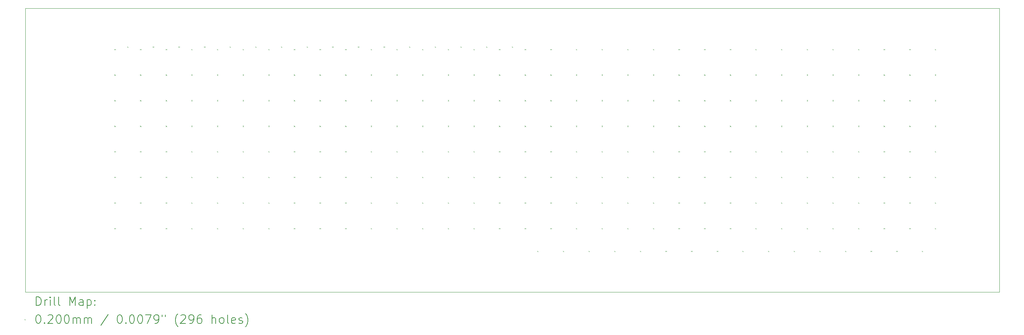
<source format=gbr>
%TF.GenerationSoftware,KiCad,Pcbnew,6.0.8+dfsg-1~bpo11+1*%
%TF.CreationDate,2023-03-24T18:54:53-04:00*%
%TF.ProjectId,captouch_sensor_interleaved_tight,63617074-6f75-4636-985f-73656e736f72,rev?*%
%TF.SameCoordinates,Original*%
%TF.FileFunction,Drillmap*%
%TF.FilePolarity,Positive*%
%FSLAX45Y45*%
G04 Gerber Fmt 4.5, Leading zero omitted, Abs format (unit mm)*
G04 Created by KiCad (PCBNEW 6.0.8+dfsg-1~bpo11+1) date 2023-03-24 18:54:53*
%MOMM*%
%LPD*%
G01*
G04 APERTURE LIST*
%ADD10C,0.100000*%
%ADD11C,0.200000*%
%ADD12C,0.020000*%
G04 APERTURE END LIST*
D10*
X4217500Y-4700000D02*
X27005000Y-4700000D01*
X27005000Y-4700000D02*
X27005000Y-11355000D01*
X27005000Y-11355000D02*
X4217500Y-11355000D01*
X4217500Y-11355000D02*
X4217500Y-4700000D01*
D11*
D12*
X6300000Y-5655000D02*
X6320000Y-5675000D01*
X6320000Y-5655000D02*
X6300000Y-5675000D01*
X6300000Y-6255000D02*
X6320000Y-6275000D01*
X6320000Y-6255000D02*
X6300000Y-6275000D01*
X6300000Y-6855000D02*
X6320000Y-6875000D01*
X6320000Y-6855000D02*
X6300000Y-6875000D01*
X6300000Y-7455000D02*
X6320000Y-7475000D01*
X6320000Y-7455000D02*
X6300000Y-7475000D01*
X6300000Y-8055000D02*
X6320000Y-8075000D01*
X6320000Y-8055000D02*
X6300000Y-8075000D01*
X6300000Y-8655000D02*
X6320000Y-8675000D01*
X6320000Y-8655000D02*
X6300000Y-8675000D01*
X6300000Y-9255000D02*
X6320000Y-9275000D01*
X6320000Y-9255000D02*
X6300000Y-9275000D01*
X6300000Y-9855000D02*
X6320000Y-9875000D01*
X6320000Y-9855000D02*
X6300000Y-9875000D01*
X6597500Y-5595000D02*
X6617500Y-5615000D01*
X6617500Y-5595000D02*
X6597500Y-5615000D01*
X6900000Y-5655000D02*
X6920000Y-5675000D01*
X6920000Y-5655000D02*
X6900000Y-5675000D01*
X6900000Y-6255000D02*
X6920000Y-6275000D01*
X6920000Y-6255000D02*
X6900000Y-6275000D01*
X6900000Y-6855000D02*
X6920000Y-6875000D01*
X6920000Y-6855000D02*
X6900000Y-6875000D01*
X6900000Y-7455000D02*
X6920000Y-7475000D01*
X6920000Y-7455000D02*
X6900000Y-7475000D01*
X6900000Y-8055000D02*
X6920000Y-8075000D01*
X6920000Y-8055000D02*
X6900000Y-8075000D01*
X6900000Y-8655000D02*
X6920000Y-8675000D01*
X6920000Y-8655000D02*
X6900000Y-8675000D01*
X6900000Y-9255000D02*
X6920000Y-9275000D01*
X6920000Y-9255000D02*
X6900000Y-9275000D01*
X6900000Y-9855000D02*
X6920000Y-9875000D01*
X6920000Y-9855000D02*
X6900000Y-9875000D01*
X7197500Y-5595000D02*
X7217500Y-5615000D01*
X7217500Y-5595000D02*
X7197500Y-5615000D01*
X7500000Y-5655000D02*
X7520000Y-5675000D01*
X7520000Y-5655000D02*
X7500000Y-5675000D01*
X7500000Y-6255000D02*
X7520000Y-6275000D01*
X7520000Y-6255000D02*
X7500000Y-6275000D01*
X7500000Y-6855000D02*
X7520000Y-6875000D01*
X7520000Y-6855000D02*
X7500000Y-6875000D01*
X7500000Y-7455000D02*
X7520000Y-7475000D01*
X7520000Y-7455000D02*
X7500000Y-7475000D01*
X7500000Y-8055000D02*
X7520000Y-8075000D01*
X7520000Y-8055000D02*
X7500000Y-8075000D01*
X7500000Y-8655000D02*
X7520000Y-8675000D01*
X7520000Y-8655000D02*
X7500000Y-8675000D01*
X7500000Y-9255000D02*
X7520000Y-9275000D01*
X7520000Y-9255000D02*
X7500000Y-9275000D01*
X7500000Y-9855000D02*
X7520000Y-9875000D01*
X7520000Y-9855000D02*
X7500000Y-9875000D01*
X7797500Y-5595000D02*
X7817500Y-5615000D01*
X7817500Y-5595000D02*
X7797500Y-5615000D01*
X8100000Y-5655000D02*
X8120000Y-5675000D01*
X8120000Y-5655000D02*
X8100000Y-5675000D01*
X8100000Y-6255000D02*
X8120000Y-6275000D01*
X8120000Y-6255000D02*
X8100000Y-6275000D01*
X8100000Y-6855000D02*
X8120000Y-6875000D01*
X8120000Y-6855000D02*
X8100000Y-6875000D01*
X8100000Y-7455000D02*
X8120000Y-7475000D01*
X8120000Y-7455000D02*
X8100000Y-7475000D01*
X8100000Y-8055000D02*
X8120000Y-8075000D01*
X8120000Y-8055000D02*
X8100000Y-8075000D01*
X8100000Y-8655000D02*
X8120000Y-8675000D01*
X8120000Y-8655000D02*
X8100000Y-8675000D01*
X8100000Y-9255000D02*
X8120000Y-9275000D01*
X8120000Y-9255000D02*
X8100000Y-9275000D01*
X8100000Y-9855000D02*
X8120000Y-9875000D01*
X8120000Y-9855000D02*
X8100000Y-9875000D01*
X8397500Y-5595000D02*
X8417500Y-5615000D01*
X8417500Y-5595000D02*
X8397500Y-5615000D01*
X8700000Y-5655000D02*
X8720000Y-5675000D01*
X8720000Y-5655000D02*
X8700000Y-5675000D01*
X8700000Y-6255000D02*
X8720000Y-6275000D01*
X8720000Y-6255000D02*
X8700000Y-6275000D01*
X8700000Y-6855000D02*
X8720000Y-6875000D01*
X8720000Y-6855000D02*
X8700000Y-6875000D01*
X8700000Y-7455000D02*
X8720000Y-7475000D01*
X8720000Y-7455000D02*
X8700000Y-7475000D01*
X8700000Y-8055000D02*
X8720000Y-8075000D01*
X8720000Y-8055000D02*
X8700000Y-8075000D01*
X8700000Y-8655000D02*
X8720000Y-8675000D01*
X8720000Y-8655000D02*
X8700000Y-8675000D01*
X8700000Y-9255000D02*
X8720000Y-9275000D01*
X8720000Y-9255000D02*
X8700000Y-9275000D01*
X8700000Y-9855000D02*
X8720000Y-9875000D01*
X8720000Y-9855000D02*
X8700000Y-9875000D01*
X8997500Y-5595000D02*
X9017500Y-5615000D01*
X9017500Y-5595000D02*
X8997500Y-5615000D01*
X9300000Y-5655000D02*
X9320000Y-5675000D01*
X9320000Y-5655000D02*
X9300000Y-5675000D01*
X9300000Y-6255000D02*
X9320000Y-6275000D01*
X9320000Y-6255000D02*
X9300000Y-6275000D01*
X9300000Y-6855000D02*
X9320000Y-6875000D01*
X9320000Y-6855000D02*
X9300000Y-6875000D01*
X9300000Y-7455000D02*
X9320000Y-7475000D01*
X9320000Y-7455000D02*
X9300000Y-7475000D01*
X9300000Y-8055000D02*
X9320000Y-8075000D01*
X9320000Y-8055000D02*
X9300000Y-8075000D01*
X9300000Y-8655000D02*
X9320000Y-8675000D01*
X9320000Y-8655000D02*
X9300000Y-8675000D01*
X9300000Y-9255000D02*
X9320000Y-9275000D01*
X9320000Y-9255000D02*
X9300000Y-9275000D01*
X9300000Y-9855000D02*
X9320000Y-9875000D01*
X9320000Y-9855000D02*
X9300000Y-9875000D01*
X9597500Y-5595000D02*
X9617500Y-5615000D01*
X9617500Y-5595000D02*
X9597500Y-5615000D01*
X9900000Y-5655000D02*
X9920000Y-5675000D01*
X9920000Y-5655000D02*
X9900000Y-5675000D01*
X9900000Y-6255000D02*
X9920000Y-6275000D01*
X9920000Y-6255000D02*
X9900000Y-6275000D01*
X9900000Y-6855000D02*
X9920000Y-6875000D01*
X9920000Y-6855000D02*
X9900000Y-6875000D01*
X9900000Y-7455000D02*
X9920000Y-7475000D01*
X9920000Y-7455000D02*
X9900000Y-7475000D01*
X9900000Y-8055000D02*
X9920000Y-8075000D01*
X9920000Y-8055000D02*
X9900000Y-8075000D01*
X9900000Y-8655000D02*
X9920000Y-8675000D01*
X9920000Y-8655000D02*
X9900000Y-8675000D01*
X9900000Y-9255000D02*
X9920000Y-9275000D01*
X9920000Y-9255000D02*
X9900000Y-9275000D01*
X9900000Y-9855000D02*
X9920000Y-9875000D01*
X9920000Y-9855000D02*
X9900000Y-9875000D01*
X10197500Y-5595000D02*
X10217500Y-5615000D01*
X10217500Y-5595000D02*
X10197500Y-5615000D01*
X10500000Y-5655000D02*
X10520000Y-5675000D01*
X10520000Y-5655000D02*
X10500000Y-5675000D01*
X10500000Y-6255000D02*
X10520000Y-6275000D01*
X10520000Y-6255000D02*
X10500000Y-6275000D01*
X10500000Y-6855000D02*
X10520000Y-6875000D01*
X10520000Y-6855000D02*
X10500000Y-6875000D01*
X10500000Y-7455000D02*
X10520000Y-7475000D01*
X10520000Y-7455000D02*
X10500000Y-7475000D01*
X10500000Y-8055000D02*
X10520000Y-8075000D01*
X10520000Y-8055000D02*
X10500000Y-8075000D01*
X10500000Y-8655000D02*
X10520000Y-8675000D01*
X10520000Y-8655000D02*
X10500000Y-8675000D01*
X10500000Y-9255000D02*
X10520000Y-9275000D01*
X10520000Y-9255000D02*
X10500000Y-9275000D01*
X10500000Y-9855000D02*
X10520000Y-9875000D01*
X10520000Y-9855000D02*
X10500000Y-9875000D01*
X10797500Y-5595000D02*
X10817500Y-5615000D01*
X10817500Y-5595000D02*
X10797500Y-5615000D01*
X11100000Y-5655000D02*
X11120000Y-5675000D01*
X11120000Y-5655000D02*
X11100000Y-5675000D01*
X11100000Y-6255000D02*
X11120000Y-6275000D01*
X11120000Y-6255000D02*
X11100000Y-6275000D01*
X11100000Y-6855000D02*
X11120000Y-6875000D01*
X11120000Y-6855000D02*
X11100000Y-6875000D01*
X11100000Y-7455000D02*
X11120000Y-7475000D01*
X11120000Y-7455000D02*
X11100000Y-7475000D01*
X11100000Y-8055000D02*
X11120000Y-8075000D01*
X11120000Y-8055000D02*
X11100000Y-8075000D01*
X11100000Y-8655000D02*
X11120000Y-8675000D01*
X11120000Y-8655000D02*
X11100000Y-8675000D01*
X11100000Y-9255000D02*
X11120000Y-9275000D01*
X11120000Y-9255000D02*
X11100000Y-9275000D01*
X11100000Y-9855000D02*
X11120000Y-9875000D01*
X11120000Y-9855000D02*
X11100000Y-9875000D01*
X11397500Y-5595000D02*
X11417500Y-5615000D01*
X11417500Y-5595000D02*
X11397500Y-5615000D01*
X11700000Y-5655000D02*
X11720000Y-5675000D01*
X11720000Y-5655000D02*
X11700000Y-5675000D01*
X11700000Y-6255000D02*
X11720000Y-6275000D01*
X11720000Y-6255000D02*
X11700000Y-6275000D01*
X11700000Y-6855000D02*
X11720000Y-6875000D01*
X11720000Y-6855000D02*
X11700000Y-6875000D01*
X11700000Y-7455000D02*
X11720000Y-7475000D01*
X11720000Y-7455000D02*
X11700000Y-7475000D01*
X11700000Y-8055000D02*
X11720000Y-8075000D01*
X11720000Y-8055000D02*
X11700000Y-8075000D01*
X11700000Y-8655000D02*
X11720000Y-8675000D01*
X11720000Y-8655000D02*
X11700000Y-8675000D01*
X11700000Y-9255000D02*
X11720000Y-9275000D01*
X11720000Y-9255000D02*
X11700000Y-9275000D01*
X11700000Y-9855000D02*
X11720000Y-9875000D01*
X11720000Y-9855000D02*
X11700000Y-9875000D01*
X11997500Y-5595000D02*
X12017500Y-5615000D01*
X12017500Y-5595000D02*
X11997500Y-5615000D01*
X12300000Y-5655000D02*
X12320000Y-5675000D01*
X12320000Y-5655000D02*
X12300000Y-5675000D01*
X12300000Y-6255000D02*
X12320000Y-6275000D01*
X12320000Y-6255000D02*
X12300000Y-6275000D01*
X12300000Y-6855000D02*
X12320000Y-6875000D01*
X12320000Y-6855000D02*
X12300000Y-6875000D01*
X12300000Y-7455000D02*
X12320000Y-7475000D01*
X12320000Y-7455000D02*
X12300000Y-7475000D01*
X12300000Y-8055000D02*
X12320000Y-8075000D01*
X12320000Y-8055000D02*
X12300000Y-8075000D01*
X12300000Y-8655000D02*
X12320000Y-8675000D01*
X12320000Y-8655000D02*
X12300000Y-8675000D01*
X12300000Y-9255000D02*
X12320000Y-9275000D01*
X12320000Y-9255000D02*
X12300000Y-9275000D01*
X12300000Y-9855000D02*
X12320000Y-9875000D01*
X12320000Y-9855000D02*
X12300000Y-9875000D01*
X12597500Y-5595000D02*
X12617500Y-5615000D01*
X12617500Y-5595000D02*
X12597500Y-5615000D01*
X12900000Y-5655000D02*
X12920000Y-5675000D01*
X12920000Y-5655000D02*
X12900000Y-5675000D01*
X12900000Y-6255000D02*
X12920000Y-6275000D01*
X12920000Y-6255000D02*
X12900000Y-6275000D01*
X12900000Y-6855000D02*
X12920000Y-6875000D01*
X12920000Y-6855000D02*
X12900000Y-6875000D01*
X12900000Y-7455000D02*
X12920000Y-7475000D01*
X12920000Y-7455000D02*
X12900000Y-7475000D01*
X12900000Y-8055000D02*
X12920000Y-8075000D01*
X12920000Y-8055000D02*
X12900000Y-8075000D01*
X12900000Y-8655000D02*
X12920000Y-8675000D01*
X12920000Y-8655000D02*
X12900000Y-8675000D01*
X12900000Y-9255000D02*
X12920000Y-9275000D01*
X12920000Y-9255000D02*
X12900000Y-9275000D01*
X12900000Y-9855000D02*
X12920000Y-9875000D01*
X12920000Y-9855000D02*
X12900000Y-9875000D01*
X13197500Y-5595000D02*
X13217500Y-5615000D01*
X13217500Y-5595000D02*
X13197500Y-5615000D01*
X13500000Y-5655000D02*
X13520000Y-5675000D01*
X13520000Y-5655000D02*
X13500000Y-5675000D01*
X13500000Y-6255000D02*
X13520000Y-6275000D01*
X13520000Y-6255000D02*
X13500000Y-6275000D01*
X13500000Y-6855000D02*
X13520000Y-6875000D01*
X13520000Y-6855000D02*
X13500000Y-6875000D01*
X13500000Y-7455000D02*
X13520000Y-7475000D01*
X13520000Y-7455000D02*
X13500000Y-7475000D01*
X13500000Y-8055000D02*
X13520000Y-8075000D01*
X13520000Y-8055000D02*
X13500000Y-8075000D01*
X13500000Y-8655000D02*
X13520000Y-8675000D01*
X13520000Y-8655000D02*
X13500000Y-8675000D01*
X13500000Y-9255000D02*
X13520000Y-9275000D01*
X13520000Y-9255000D02*
X13500000Y-9275000D01*
X13500000Y-9855000D02*
X13520000Y-9875000D01*
X13520000Y-9855000D02*
X13500000Y-9875000D01*
X13797500Y-5595000D02*
X13817500Y-5615000D01*
X13817500Y-5595000D02*
X13797500Y-5615000D01*
X14100000Y-5655000D02*
X14120000Y-5675000D01*
X14120000Y-5655000D02*
X14100000Y-5675000D01*
X14100000Y-6255000D02*
X14120000Y-6275000D01*
X14120000Y-6255000D02*
X14100000Y-6275000D01*
X14100000Y-6855000D02*
X14120000Y-6875000D01*
X14120000Y-6855000D02*
X14100000Y-6875000D01*
X14100000Y-7455000D02*
X14120000Y-7475000D01*
X14120000Y-7455000D02*
X14100000Y-7475000D01*
X14100000Y-8055000D02*
X14120000Y-8075000D01*
X14120000Y-8055000D02*
X14100000Y-8075000D01*
X14100000Y-8655000D02*
X14120000Y-8675000D01*
X14120000Y-8655000D02*
X14100000Y-8675000D01*
X14100000Y-9255000D02*
X14120000Y-9275000D01*
X14120000Y-9255000D02*
X14100000Y-9275000D01*
X14100000Y-9855000D02*
X14120000Y-9875000D01*
X14120000Y-9855000D02*
X14100000Y-9875000D01*
X14397500Y-5595000D02*
X14417500Y-5615000D01*
X14417500Y-5595000D02*
X14397500Y-5615000D01*
X14700000Y-5655000D02*
X14720000Y-5675000D01*
X14720000Y-5655000D02*
X14700000Y-5675000D01*
X14700000Y-6255000D02*
X14720000Y-6275000D01*
X14720000Y-6255000D02*
X14700000Y-6275000D01*
X14700000Y-6855000D02*
X14720000Y-6875000D01*
X14720000Y-6855000D02*
X14700000Y-6875000D01*
X14700000Y-7455000D02*
X14720000Y-7475000D01*
X14720000Y-7455000D02*
X14700000Y-7475000D01*
X14700000Y-8055000D02*
X14720000Y-8075000D01*
X14720000Y-8055000D02*
X14700000Y-8075000D01*
X14700000Y-8655000D02*
X14720000Y-8675000D01*
X14720000Y-8655000D02*
X14700000Y-8675000D01*
X14700000Y-9255000D02*
X14720000Y-9275000D01*
X14720000Y-9255000D02*
X14700000Y-9275000D01*
X14700000Y-9855000D02*
X14720000Y-9875000D01*
X14720000Y-9855000D02*
X14700000Y-9875000D01*
X14997500Y-5595000D02*
X15017500Y-5615000D01*
X15017500Y-5595000D02*
X14997500Y-5615000D01*
X15300000Y-5655000D02*
X15320000Y-5675000D01*
X15320000Y-5655000D02*
X15300000Y-5675000D01*
X15300000Y-6255000D02*
X15320000Y-6275000D01*
X15320000Y-6255000D02*
X15300000Y-6275000D01*
X15300000Y-6855000D02*
X15320000Y-6875000D01*
X15320000Y-6855000D02*
X15300000Y-6875000D01*
X15300000Y-7455000D02*
X15320000Y-7475000D01*
X15320000Y-7455000D02*
X15300000Y-7475000D01*
X15300000Y-8055000D02*
X15320000Y-8075000D01*
X15320000Y-8055000D02*
X15300000Y-8075000D01*
X15300000Y-8655000D02*
X15320000Y-8675000D01*
X15320000Y-8655000D02*
X15300000Y-8675000D01*
X15300000Y-9255000D02*
X15320000Y-9275000D01*
X15320000Y-9255000D02*
X15300000Y-9275000D01*
X15300000Y-9855000D02*
X15320000Y-9875000D01*
X15320000Y-9855000D02*
X15300000Y-9875000D01*
X15597500Y-5595000D02*
X15617500Y-5615000D01*
X15617500Y-5595000D02*
X15597500Y-5615000D01*
X15900000Y-5655000D02*
X15920000Y-5675000D01*
X15920000Y-5655000D02*
X15900000Y-5675000D01*
X15900000Y-6255000D02*
X15920000Y-6275000D01*
X15920000Y-6255000D02*
X15900000Y-6275000D01*
X15900000Y-6855000D02*
X15920000Y-6875000D01*
X15920000Y-6855000D02*
X15900000Y-6875000D01*
X15900000Y-7455000D02*
X15920000Y-7475000D01*
X15920000Y-7455000D02*
X15900000Y-7475000D01*
X15900000Y-8055000D02*
X15920000Y-8075000D01*
X15920000Y-8055000D02*
X15900000Y-8075000D01*
X15900000Y-8655000D02*
X15920000Y-8675000D01*
X15920000Y-8655000D02*
X15900000Y-8675000D01*
X15900000Y-9255000D02*
X15920000Y-9275000D01*
X15920000Y-9255000D02*
X15900000Y-9275000D01*
X15900000Y-9855000D02*
X15920000Y-9875000D01*
X15920000Y-9855000D02*
X15900000Y-9875000D01*
X16195000Y-10390000D02*
X16215000Y-10410000D01*
X16215000Y-10390000D02*
X16195000Y-10410000D01*
X16500000Y-5655000D02*
X16520000Y-5675000D01*
X16520000Y-5655000D02*
X16500000Y-5675000D01*
X16500000Y-6255000D02*
X16520000Y-6275000D01*
X16520000Y-6255000D02*
X16500000Y-6275000D01*
X16500000Y-6855000D02*
X16520000Y-6875000D01*
X16520000Y-6855000D02*
X16500000Y-6875000D01*
X16500000Y-7455000D02*
X16520000Y-7475000D01*
X16520000Y-7455000D02*
X16500000Y-7475000D01*
X16500000Y-8055000D02*
X16520000Y-8075000D01*
X16520000Y-8055000D02*
X16500000Y-8075000D01*
X16500000Y-8655000D02*
X16520000Y-8675000D01*
X16520000Y-8655000D02*
X16500000Y-8675000D01*
X16500000Y-9255000D02*
X16520000Y-9275000D01*
X16520000Y-9255000D02*
X16500000Y-9275000D01*
X16500000Y-9855000D02*
X16520000Y-9875000D01*
X16520000Y-9855000D02*
X16500000Y-9875000D01*
X16795000Y-10390000D02*
X16815000Y-10410000D01*
X16815000Y-10390000D02*
X16795000Y-10410000D01*
X17100000Y-5655000D02*
X17120000Y-5675000D01*
X17120000Y-5655000D02*
X17100000Y-5675000D01*
X17100000Y-6255000D02*
X17120000Y-6275000D01*
X17120000Y-6255000D02*
X17100000Y-6275000D01*
X17100000Y-6855000D02*
X17120000Y-6875000D01*
X17120000Y-6855000D02*
X17100000Y-6875000D01*
X17100000Y-7455000D02*
X17120000Y-7475000D01*
X17120000Y-7455000D02*
X17100000Y-7475000D01*
X17100000Y-8055000D02*
X17120000Y-8075000D01*
X17120000Y-8055000D02*
X17100000Y-8075000D01*
X17100000Y-8655000D02*
X17120000Y-8675000D01*
X17120000Y-8655000D02*
X17100000Y-8675000D01*
X17100000Y-9255000D02*
X17120000Y-9275000D01*
X17120000Y-9255000D02*
X17100000Y-9275000D01*
X17100000Y-9855000D02*
X17120000Y-9875000D01*
X17120000Y-9855000D02*
X17100000Y-9875000D01*
X17395000Y-10390000D02*
X17415000Y-10410000D01*
X17415000Y-10390000D02*
X17395000Y-10410000D01*
X17700000Y-5655000D02*
X17720000Y-5675000D01*
X17720000Y-5655000D02*
X17700000Y-5675000D01*
X17700000Y-6255000D02*
X17720000Y-6275000D01*
X17720000Y-6255000D02*
X17700000Y-6275000D01*
X17700000Y-6855000D02*
X17720000Y-6875000D01*
X17720000Y-6855000D02*
X17700000Y-6875000D01*
X17700000Y-7455000D02*
X17720000Y-7475000D01*
X17720000Y-7455000D02*
X17700000Y-7475000D01*
X17700000Y-8055000D02*
X17720000Y-8075000D01*
X17720000Y-8055000D02*
X17700000Y-8075000D01*
X17700000Y-8655000D02*
X17720000Y-8675000D01*
X17720000Y-8655000D02*
X17700000Y-8675000D01*
X17700000Y-9255000D02*
X17720000Y-9275000D01*
X17720000Y-9255000D02*
X17700000Y-9275000D01*
X17700000Y-9855000D02*
X17720000Y-9875000D01*
X17720000Y-9855000D02*
X17700000Y-9875000D01*
X17995000Y-10390000D02*
X18015000Y-10410000D01*
X18015000Y-10390000D02*
X17995000Y-10410000D01*
X18300000Y-5655000D02*
X18320000Y-5675000D01*
X18320000Y-5655000D02*
X18300000Y-5675000D01*
X18300000Y-6255000D02*
X18320000Y-6275000D01*
X18320000Y-6255000D02*
X18300000Y-6275000D01*
X18300000Y-6855000D02*
X18320000Y-6875000D01*
X18320000Y-6855000D02*
X18300000Y-6875000D01*
X18300000Y-7455000D02*
X18320000Y-7475000D01*
X18320000Y-7455000D02*
X18300000Y-7475000D01*
X18300000Y-8055000D02*
X18320000Y-8075000D01*
X18320000Y-8055000D02*
X18300000Y-8075000D01*
X18300000Y-8655000D02*
X18320000Y-8675000D01*
X18320000Y-8655000D02*
X18300000Y-8675000D01*
X18300000Y-9255000D02*
X18320000Y-9275000D01*
X18320000Y-9255000D02*
X18300000Y-9275000D01*
X18300000Y-9855000D02*
X18320000Y-9875000D01*
X18320000Y-9855000D02*
X18300000Y-9875000D01*
X18595000Y-10390000D02*
X18615000Y-10410000D01*
X18615000Y-10390000D02*
X18595000Y-10410000D01*
X18900000Y-5655000D02*
X18920000Y-5675000D01*
X18920000Y-5655000D02*
X18900000Y-5675000D01*
X18900000Y-6255000D02*
X18920000Y-6275000D01*
X18920000Y-6255000D02*
X18900000Y-6275000D01*
X18900000Y-6855000D02*
X18920000Y-6875000D01*
X18920000Y-6855000D02*
X18900000Y-6875000D01*
X18900000Y-7455000D02*
X18920000Y-7475000D01*
X18920000Y-7455000D02*
X18900000Y-7475000D01*
X18900000Y-8055000D02*
X18920000Y-8075000D01*
X18920000Y-8055000D02*
X18900000Y-8075000D01*
X18900000Y-8655000D02*
X18920000Y-8675000D01*
X18920000Y-8655000D02*
X18900000Y-8675000D01*
X18900000Y-9255000D02*
X18920000Y-9275000D01*
X18920000Y-9255000D02*
X18900000Y-9275000D01*
X18900000Y-9855000D02*
X18920000Y-9875000D01*
X18920000Y-9855000D02*
X18900000Y-9875000D01*
X19195000Y-10390000D02*
X19215000Y-10410000D01*
X19215000Y-10390000D02*
X19195000Y-10410000D01*
X19500000Y-5655000D02*
X19520000Y-5675000D01*
X19520000Y-5655000D02*
X19500000Y-5675000D01*
X19500000Y-6255000D02*
X19520000Y-6275000D01*
X19520000Y-6255000D02*
X19500000Y-6275000D01*
X19500000Y-6855000D02*
X19520000Y-6875000D01*
X19520000Y-6855000D02*
X19500000Y-6875000D01*
X19500000Y-7455000D02*
X19520000Y-7475000D01*
X19520000Y-7455000D02*
X19500000Y-7475000D01*
X19500000Y-8055000D02*
X19520000Y-8075000D01*
X19520000Y-8055000D02*
X19500000Y-8075000D01*
X19500000Y-8655000D02*
X19520000Y-8675000D01*
X19520000Y-8655000D02*
X19500000Y-8675000D01*
X19500000Y-9255000D02*
X19520000Y-9275000D01*
X19520000Y-9255000D02*
X19500000Y-9275000D01*
X19500000Y-9855000D02*
X19520000Y-9875000D01*
X19520000Y-9855000D02*
X19500000Y-9875000D01*
X19795000Y-10390000D02*
X19815000Y-10410000D01*
X19815000Y-10390000D02*
X19795000Y-10410000D01*
X20100000Y-5655000D02*
X20120000Y-5675000D01*
X20120000Y-5655000D02*
X20100000Y-5675000D01*
X20100000Y-6255000D02*
X20120000Y-6275000D01*
X20120000Y-6255000D02*
X20100000Y-6275000D01*
X20100000Y-6855000D02*
X20120000Y-6875000D01*
X20120000Y-6855000D02*
X20100000Y-6875000D01*
X20100000Y-7455000D02*
X20120000Y-7475000D01*
X20120000Y-7455000D02*
X20100000Y-7475000D01*
X20100000Y-8055000D02*
X20120000Y-8075000D01*
X20120000Y-8055000D02*
X20100000Y-8075000D01*
X20100000Y-8655000D02*
X20120000Y-8675000D01*
X20120000Y-8655000D02*
X20100000Y-8675000D01*
X20100000Y-9255000D02*
X20120000Y-9275000D01*
X20120000Y-9255000D02*
X20100000Y-9275000D01*
X20100000Y-9855000D02*
X20120000Y-9875000D01*
X20120000Y-9855000D02*
X20100000Y-9875000D01*
X20395000Y-10390000D02*
X20415000Y-10410000D01*
X20415000Y-10390000D02*
X20395000Y-10410000D01*
X20700000Y-5655000D02*
X20720000Y-5675000D01*
X20720000Y-5655000D02*
X20700000Y-5675000D01*
X20700000Y-6255000D02*
X20720000Y-6275000D01*
X20720000Y-6255000D02*
X20700000Y-6275000D01*
X20700000Y-6855000D02*
X20720000Y-6875000D01*
X20720000Y-6855000D02*
X20700000Y-6875000D01*
X20700000Y-7455000D02*
X20720000Y-7475000D01*
X20720000Y-7455000D02*
X20700000Y-7475000D01*
X20700000Y-8055000D02*
X20720000Y-8075000D01*
X20720000Y-8055000D02*
X20700000Y-8075000D01*
X20700000Y-8655000D02*
X20720000Y-8675000D01*
X20720000Y-8655000D02*
X20700000Y-8675000D01*
X20700000Y-9255000D02*
X20720000Y-9275000D01*
X20720000Y-9255000D02*
X20700000Y-9275000D01*
X20700000Y-9855000D02*
X20720000Y-9875000D01*
X20720000Y-9855000D02*
X20700000Y-9875000D01*
X20995000Y-10390000D02*
X21015000Y-10410000D01*
X21015000Y-10390000D02*
X20995000Y-10410000D01*
X21300000Y-5655000D02*
X21320000Y-5675000D01*
X21320000Y-5655000D02*
X21300000Y-5675000D01*
X21300000Y-6255000D02*
X21320000Y-6275000D01*
X21320000Y-6255000D02*
X21300000Y-6275000D01*
X21300000Y-6855000D02*
X21320000Y-6875000D01*
X21320000Y-6855000D02*
X21300000Y-6875000D01*
X21300000Y-7455000D02*
X21320000Y-7475000D01*
X21320000Y-7455000D02*
X21300000Y-7475000D01*
X21300000Y-8055000D02*
X21320000Y-8075000D01*
X21320000Y-8055000D02*
X21300000Y-8075000D01*
X21300000Y-8655000D02*
X21320000Y-8675000D01*
X21320000Y-8655000D02*
X21300000Y-8675000D01*
X21300000Y-9255000D02*
X21320000Y-9275000D01*
X21320000Y-9255000D02*
X21300000Y-9275000D01*
X21300000Y-9855000D02*
X21320000Y-9875000D01*
X21320000Y-9855000D02*
X21300000Y-9875000D01*
X21595000Y-10390000D02*
X21615000Y-10410000D01*
X21615000Y-10390000D02*
X21595000Y-10410000D01*
X21900000Y-5655000D02*
X21920000Y-5675000D01*
X21920000Y-5655000D02*
X21900000Y-5675000D01*
X21900000Y-6255000D02*
X21920000Y-6275000D01*
X21920000Y-6255000D02*
X21900000Y-6275000D01*
X21900000Y-6855000D02*
X21920000Y-6875000D01*
X21920000Y-6855000D02*
X21900000Y-6875000D01*
X21900000Y-7455000D02*
X21920000Y-7475000D01*
X21920000Y-7455000D02*
X21900000Y-7475000D01*
X21900000Y-8055000D02*
X21920000Y-8075000D01*
X21920000Y-8055000D02*
X21900000Y-8075000D01*
X21900000Y-8655000D02*
X21920000Y-8675000D01*
X21920000Y-8655000D02*
X21900000Y-8675000D01*
X21900000Y-9255000D02*
X21920000Y-9275000D01*
X21920000Y-9255000D02*
X21900000Y-9275000D01*
X21900000Y-9855000D02*
X21920000Y-9875000D01*
X21920000Y-9855000D02*
X21900000Y-9875000D01*
X22195000Y-10390000D02*
X22215000Y-10410000D01*
X22215000Y-10390000D02*
X22195000Y-10410000D01*
X22500000Y-5655000D02*
X22520000Y-5675000D01*
X22520000Y-5655000D02*
X22500000Y-5675000D01*
X22500000Y-6255000D02*
X22520000Y-6275000D01*
X22520000Y-6255000D02*
X22500000Y-6275000D01*
X22500000Y-6855000D02*
X22520000Y-6875000D01*
X22520000Y-6855000D02*
X22500000Y-6875000D01*
X22500000Y-7455000D02*
X22520000Y-7475000D01*
X22520000Y-7455000D02*
X22500000Y-7475000D01*
X22500000Y-8055000D02*
X22520000Y-8075000D01*
X22520000Y-8055000D02*
X22500000Y-8075000D01*
X22500000Y-8655000D02*
X22520000Y-8675000D01*
X22520000Y-8655000D02*
X22500000Y-8675000D01*
X22500000Y-9255000D02*
X22520000Y-9275000D01*
X22520000Y-9255000D02*
X22500000Y-9275000D01*
X22500000Y-9855000D02*
X22520000Y-9875000D01*
X22520000Y-9855000D02*
X22500000Y-9875000D01*
X22795000Y-10390000D02*
X22815000Y-10410000D01*
X22815000Y-10390000D02*
X22795000Y-10410000D01*
X23100000Y-5655000D02*
X23120000Y-5675000D01*
X23120000Y-5655000D02*
X23100000Y-5675000D01*
X23100000Y-6255000D02*
X23120000Y-6275000D01*
X23120000Y-6255000D02*
X23100000Y-6275000D01*
X23100000Y-6855000D02*
X23120000Y-6875000D01*
X23120000Y-6855000D02*
X23100000Y-6875000D01*
X23100000Y-7455000D02*
X23120000Y-7475000D01*
X23120000Y-7455000D02*
X23100000Y-7475000D01*
X23100000Y-8055000D02*
X23120000Y-8075000D01*
X23120000Y-8055000D02*
X23100000Y-8075000D01*
X23100000Y-8655000D02*
X23120000Y-8675000D01*
X23120000Y-8655000D02*
X23100000Y-8675000D01*
X23100000Y-9255000D02*
X23120000Y-9275000D01*
X23120000Y-9255000D02*
X23100000Y-9275000D01*
X23100000Y-9855000D02*
X23120000Y-9875000D01*
X23120000Y-9855000D02*
X23100000Y-9875000D01*
X23395000Y-10390000D02*
X23415000Y-10410000D01*
X23415000Y-10390000D02*
X23395000Y-10410000D01*
X23700000Y-5655000D02*
X23720000Y-5675000D01*
X23720000Y-5655000D02*
X23700000Y-5675000D01*
X23700000Y-6255000D02*
X23720000Y-6275000D01*
X23720000Y-6255000D02*
X23700000Y-6275000D01*
X23700000Y-6855000D02*
X23720000Y-6875000D01*
X23720000Y-6855000D02*
X23700000Y-6875000D01*
X23700000Y-7455000D02*
X23720000Y-7475000D01*
X23720000Y-7455000D02*
X23700000Y-7475000D01*
X23700000Y-8055000D02*
X23720000Y-8075000D01*
X23720000Y-8055000D02*
X23700000Y-8075000D01*
X23700000Y-8655000D02*
X23720000Y-8675000D01*
X23720000Y-8655000D02*
X23700000Y-8675000D01*
X23700000Y-9255000D02*
X23720000Y-9275000D01*
X23720000Y-9255000D02*
X23700000Y-9275000D01*
X23700000Y-9855000D02*
X23720000Y-9875000D01*
X23720000Y-9855000D02*
X23700000Y-9875000D01*
X23995000Y-10390000D02*
X24015000Y-10410000D01*
X24015000Y-10390000D02*
X23995000Y-10410000D01*
X24300000Y-5655000D02*
X24320000Y-5675000D01*
X24320000Y-5655000D02*
X24300000Y-5675000D01*
X24300000Y-6255000D02*
X24320000Y-6275000D01*
X24320000Y-6255000D02*
X24300000Y-6275000D01*
X24300000Y-6855000D02*
X24320000Y-6875000D01*
X24320000Y-6855000D02*
X24300000Y-6875000D01*
X24300000Y-7455000D02*
X24320000Y-7475000D01*
X24320000Y-7455000D02*
X24300000Y-7475000D01*
X24300000Y-8055000D02*
X24320000Y-8075000D01*
X24320000Y-8055000D02*
X24300000Y-8075000D01*
X24300000Y-8655000D02*
X24320000Y-8675000D01*
X24320000Y-8655000D02*
X24300000Y-8675000D01*
X24300000Y-9255000D02*
X24320000Y-9275000D01*
X24320000Y-9255000D02*
X24300000Y-9275000D01*
X24300000Y-9855000D02*
X24320000Y-9875000D01*
X24320000Y-9855000D02*
X24300000Y-9875000D01*
X24595000Y-10390000D02*
X24615000Y-10410000D01*
X24615000Y-10390000D02*
X24595000Y-10410000D01*
X24900000Y-5655000D02*
X24920000Y-5675000D01*
X24920000Y-5655000D02*
X24900000Y-5675000D01*
X24900000Y-6255000D02*
X24920000Y-6275000D01*
X24920000Y-6255000D02*
X24900000Y-6275000D01*
X24900000Y-6855000D02*
X24920000Y-6875000D01*
X24920000Y-6855000D02*
X24900000Y-6875000D01*
X24900000Y-7455000D02*
X24920000Y-7475000D01*
X24920000Y-7455000D02*
X24900000Y-7475000D01*
X24900000Y-8055000D02*
X24920000Y-8075000D01*
X24920000Y-8055000D02*
X24900000Y-8075000D01*
X24900000Y-8655000D02*
X24920000Y-8675000D01*
X24920000Y-8655000D02*
X24900000Y-8675000D01*
X24900000Y-9255000D02*
X24920000Y-9275000D01*
X24920000Y-9255000D02*
X24900000Y-9275000D01*
X24900000Y-9855000D02*
X24920000Y-9875000D01*
X24920000Y-9855000D02*
X24900000Y-9875000D01*
X25195000Y-10390000D02*
X25215000Y-10410000D01*
X25215000Y-10390000D02*
X25195000Y-10410000D01*
X25495000Y-5655000D02*
X25515000Y-5675000D01*
X25515000Y-5655000D02*
X25495000Y-5675000D01*
X25495000Y-6255000D02*
X25515000Y-6275000D01*
X25515000Y-6255000D02*
X25495000Y-6275000D01*
X25495000Y-6855000D02*
X25515000Y-6875000D01*
X25515000Y-6855000D02*
X25495000Y-6875000D01*
X25495000Y-7455000D02*
X25515000Y-7475000D01*
X25515000Y-7455000D02*
X25495000Y-7475000D01*
X25495000Y-8055000D02*
X25515000Y-8075000D01*
X25515000Y-8055000D02*
X25495000Y-8075000D01*
X25495000Y-8655000D02*
X25515000Y-8675000D01*
X25515000Y-8655000D02*
X25495000Y-8675000D01*
X25495000Y-9255000D02*
X25515000Y-9275000D01*
X25515000Y-9255000D02*
X25495000Y-9275000D01*
X25495000Y-9855000D02*
X25515000Y-9875000D01*
X25515000Y-9855000D02*
X25495000Y-9875000D01*
D11*
X4470119Y-11670476D02*
X4470119Y-11470476D01*
X4517738Y-11470476D01*
X4546310Y-11480000D01*
X4565357Y-11499048D01*
X4574881Y-11518095D01*
X4584405Y-11556190D01*
X4584405Y-11584762D01*
X4574881Y-11622857D01*
X4565357Y-11641905D01*
X4546310Y-11660952D01*
X4517738Y-11670476D01*
X4470119Y-11670476D01*
X4670119Y-11670476D02*
X4670119Y-11537143D01*
X4670119Y-11575238D02*
X4679643Y-11556190D01*
X4689167Y-11546667D01*
X4708214Y-11537143D01*
X4727262Y-11537143D01*
X4793929Y-11670476D02*
X4793929Y-11537143D01*
X4793929Y-11470476D02*
X4784405Y-11480000D01*
X4793929Y-11489524D01*
X4803452Y-11480000D01*
X4793929Y-11470476D01*
X4793929Y-11489524D01*
X4917738Y-11670476D02*
X4898690Y-11660952D01*
X4889167Y-11641905D01*
X4889167Y-11470476D01*
X5022500Y-11670476D02*
X5003452Y-11660952D01*
X4993929Y-11641905D01*
X4993929Y-11470476D01*
X5251071Y-11670476D02*
X5251071Y-11470476D01*
X5317738Y-11613333D01*
X5384405Y-11470476D01*
X5384405Y-11670476D01*
X5565357Y-11670476D02*
X5565357Y-11565714D01*
X5555833Y-11546667D01*
X5536786Y-11537143D01*
X5498690Y-11537143D01*
X5479643Y-11546667D01*
X5565357Y-11660952D02*
X5546310Y-11670476D01*
X5498690Y-11670476D01*
X5479643Y-11660952D01*
X5470119Y-11641905D01*
X5470119Y-11622857D01*
X5479643Y-11603809D01*
X5498690Y-11594286D01*
X5546310Y-11594286D01*
X5565357Y-11584762D01*
X5660595Y-11537143D02*
X5660595Y-11737143D01*
X5660595Y-11546667D02*
X5679643Y-11537143D01*
X5717738Y-11537143D01*
X5736786Y-11546667D01*
X5746309Y-11556190D01*
X5755833Y-11575238D01*
X5755833Y-11632381D01*
X5746309Y-11651428D01*
X5736786Y-11660952D01*
X5717738Y-11670476D01*
X5679643Y-11670476D01*
X5660595Y-11660952D01*
X5841548Y-11651428D02*
X5851071Y-11660952D01*
X5841548Y-11670476D01*
X5832024Y-11660952D01*
X5841548Y-11651428D01*
X5841548Y-11670476D01*
X5841548Y-11546667D02*
X5851071Y-11556190D01*
X5841548Y-11565714D01*
X5832024Y-11556190D01*
X5841548Y-11546667D01*
X5841548Y-11565714D01*
D12*
X4192500Y-11990000D02*
X4212500Y-12010000D01*
X4212500Y-11990000D02*
X4192500Y-12010000D01*
D11*
X4508214Y-11890476D02*
X4527262Y-11890476D01*
X4546310Y-11900000D01*
X4555833Y-11909524D01*
X4565357Y-11928571D01*
X4574881Y-11966667D01*
X4574881Y-12014286D01*
X4565357Y-12052381D01*
X4555833Y-12071428D01*
X4546310Y-12080952D01*
X4527262Y-12090476D01*
X4508214Y-12090476D01*
X4489167Y-12080952D01*
X4479643Y-12071428D01*
X4470119Y-12052381D01*
X4460595Y-12014286D01*
X4460595Y-11966667D01*
X4470119Y-11928571D01*
X4479643Y-11909524D01*
X4489167Y-11900000D01*
X4508214Y-11890476D01*
X4660595Y-12071428D02*
X4670119Y-12080952D01*
X4660595Y-12090476D01*
X4651071Y-12080952D01*
X4660595Y-12071428D01*
X4660595Y-12090476D01*
X4746310Y-11909524D02*
X4755833Y-11900000D01*
X4774881Y-11890476D01*
X4822500Y-11890476D01*
X4841548Y-11900000D01*
X4851071Y-11909524D01*
X4860595Y-11928571D01*
X4860595Y-11947619D01*
X4851071Y-11976190D01*
X4736786Y-12090476D01*
X4860595Y-12090476D01*
X4984405Y-11890476D02*
X5003452Y-11890476D01*
X5022500Y-11900000D01*
X5032024Y-11909524D01*
X5041548Y-11928571D01*
X5051071Y-11966667D01*
X5051071Y-12014286D01*
X5041548Y-12052381D01*
X5032024Y-12071428D01*
X5022500Y-12080952D01*
X5003452Y-12090476D01*
X4984405Y-12090476D01*
X4965357Y-12080952D01*
X4955833Y-12071428D01*
X4946310Y-12052381D01*
X4936786Y-12014286D01*
X4936786Y-11966667D01*
X4946310Y-11928571D01*
X4955833Y-11909524D01*
X4965357Y-11900000D01*
X4984405Y-11890476D01*
X5174881Y-11890476D02*
X5193929Y-11890476D01*
X5212976Y-11900000D01*
X5222500Y-11909524D01*
X5232024Y-11928571D01*
X5241548Y-11966667D01*
X5241548Y-12014286D01*
X5232024Y-12052381D01*
X5222500Y-12071428D01*
X5212976Y-12080952D01*
X5193929Y-12090476D01*
X5174881Y-12090476D01*
X5155833Y-12080952D01*
X5146310Y-12071428D01*
X5136786Y-12052381D01*
X5127262Y-12014286D01*
X5127262Y-11966667D01*
X5136786Y-11928571D01*
X5146310Y-11909524D01*
X5155833Y-11900000D01*
X5174881Y-11890476D01*
X5327262Y-12090476D02*
X5327262Y-11957143D01*
X5327262Y-11976190D02*
X5336786Y-11966667D01*
X5355833Y-11957143D01*
X5384405Y-11957143D01*
X5403452Y-11966667D01*
X5412976Y-11985714D01*
X5412976Y-12090476D01*
X5412976Y-11985714D02*
X5422500Y-11966667D01*
X5441548Y-11957143D01*
X5470119Y-11957143D01*
X5489167Y-11966667D01*
X5498690Y-11985714D01*
X5498690Y-12090476D01*
X5593928Y-12090476D02*
X5593928Y-11957143D01*
X5593928Y-11976190D02*
X5603452Y-11966667D01*
X5622500Y-11957143D01*
X5651071Y-11957143D01*
X5670119Y-11966667D01*
X5679643Y-11985714D01*
X5679643Y-12090476D01*
X5679643Y-11985714D02*
X5689167Y-11966667D01*
X5708214Y-11957143D01*
X5736786Y-11957143D01*
X5755833Y-11966667D01*
X5765357Y-11985714D01*
X5765357Y-12090476D01*
X6155833Y-11880952D02*
X5984405Y-12138095D01*
X6412976Y-11890476D02*
X6432024Y-11890476D01*
X6451071Y-11900000D01*
X6460595Y-11909524D01*
X6470119Y-11928571D01*
X6479643Y-11966667D01*
X6479643Y-12014286D01*
X6470119Y-12052381D01*
X6460595Y-12071428D01*
X6451071Y-12080952D01*
X6432024Y-12090476D01*
X6412976Y-12090476D01*
X6393928Y-12080952D01*
X6384405Y-12071428D01*
X6374881Y-12052381D01*
X6365357Y-12014286D01*
X6365357Y-11966667D01*
X6374881Y-11928571D01*
X6384405Y-11909524D01*
X6393928Y-11900000D01*
X6412976Y-11890476D01*
X6565357Y-12071428D02*
X6574881Y-12080952D01*
X6565357Y-12090476D01*
X6555833Y-12080952D01*
X6565357Y-12071428D01*
X6565357Y-12090476D01*
X6698690Y-11890476D02*
X6717738Y-11890476D01*
X6736786Y-11900000D01*
X6746309Y-11909524D01*
X6755833Y-11928571D01*
X6765357Y-11966667D01*
X6765357Y-12014286D01*
X6755833Y-12052381D01*
X6746309Y-12071428D01*
X6736786Y-12080952D01*
X6717738Y-12090476D01*
X6698690Y-12090476D01*
X6679643Y-12080952D01*
X6670119Y-12071428D01*
X6660595Y-12052381D01*
X6651071Y-12014286D01*
X6651071Y-11966667D01*
X6660595Y-11928571D01*
X6670119Y-11909524D01*
X6679643Y-11900000D01*
X6698690Y-11890476D01*
X6889167Y-11890476D02*
X6908214Y-11890476D01*
X6927262Y-11900000D01*
X6936786Y-11909524D01*
X6946309Y-11928571D01*
X6955833Y-11966667D01*
X6955833Y-12014286D01*
X6946309Y-12052381D01*
X6936786Y-12071428D01*
X6927262Y-12080952D01*
X6908214Y-12090476D01*
X6889167Y-12090476D01*
X6870119Y-12080952D01*
X6860595Y-12071428D01*
X6851071Y-12052381D01*
X6841548Y-12014286D01*
X6841548Y-11966667D01*
X6851071Y-11928571D01*
X6860595Y-11909524D01*
X6870119Y-11900000D01*
X6889167Y-11890476D01*
X7022500Y-11890476D02*
X7155833Y-11890476D01*
X7070119Y-12090476D01*
X7241548Y-12090476D02*
X7279643Y-12090476D01*
X7298690Y-12080952D01*
X7308214Y-12071428D01*
X7327262Y-12042857D01*
X7336786Y-12004762D01*
X7336786Y-11928571D01*
X7327262Y-11909524D01*
X7317738Y-11900000D01*
X7298690Y-11890476D01*
X7260595Y-11890476D01*
X7241548Y-11900000D01*
X7232024Y-11909524D01*
X7222500Y-11928571D01*
X7222500Y-11976190D01*
X7232024Y-11995238D01*
X7241548Y-12004762D01*
X7260595Y-12014286D01*
X7298690Y-12014286D01*
X7317738Y-12004762D01*
X7327262Y-11995238D01*
X7336786Y-11976190D01*
X7412976Y-11890476D02*
X7412976Y-11928571D01*
X7489167Y-11890476D02*
X7489167Y-11928571D01*
X7784405Y-12166667D02*
X7774881Y-12157143D01*
X7755833Y-12128571D01*
X7746309Y-12109524D01*
X7736786Y-12080952D01*
X7727262Y-12033333D01*
X7727262Y-11995238D01*
X7736786Y-11947619D01*
X7746309Y-11919048D01*
X7755833Y-11900000D01*
X7774881Y-11871428D01*
X7784405Y-11861905D01*
X7851071Y-11909524D02*
X7860595Y-11900000D01*
X7879643Y-11890476D01*
X7927262Y-11890476D01*
X7946309Y-11900000D01*
X7955833Y-11909524D01*
X7965357Y-11928571D01*
X7965357Y-11947619D01*
X7955833Y-11976190D01*
X7841548Y-12090476D01*
X7965357Y-12090476D01*
X8060595Y-12090476D02*
X8098690Y-12090476D01*
X8117738Y-12080952D01*
X8127262Y-12071428D01*
X8146309Y-12042857D01*
X8155833Y-12004762D01*
X8155833Y-11928571D01*
X8146309Y-11909524D01*
X8136786Y-11900000D01*
X8117738Y-11890476D01*
X8079643Y-11890476D01*
X8060595Y-11900000D01*
X8051071Y-11909524D01*
X8041548Y-11928571D01*
X8041548Y-11976190D01*
X8051071Y-11995238D01*
X8060595Y-12004762D01*
X8079643Y-12014286D01*
X8117738Y-12014286D01*
X8136786Y-12004762D01*
X8146309Y-11995238D01*
X8155833Y-11976190D01*
X8327262Y-11890476D02*
X8289167Y-11890476D01*
X8270119Y-11900000D01*
X8260595Y-11909524D01*
X8241548Y-11938095D01*
X8232024Y-11976190D01*
X8232024Y-12052381D01*
X8241548Y-12071428D01*
X8251071Y-12080952D01*
X8270119Y-12090476D01*
X8308214Y-12090476D01*
X8327262Y-12080952D01*
X8336786Y-12071428D01*
X8346309Y-12052381D01*
X8346309Y-12004762D01*
X8336786Y-11985714D01*
X8327262Y-11976190D01*
X8308214Y-11966667D01*
X8270119Y-11966667D01*
X8251071Y-11976190D01*
X8241548Y-11985714D01*
X8232024Y-12004762D01*
X8584405Y-12090476D02*
X8584405Y-11890476D01*
X8670119Y-12090476D02*
X8670119Y-11985714D01*
X8660595Y-11966667D01*
X8641548Y-11957143D01*
X8612976Y-11957143D01*
X8593929Y-11966667D01*
X8584405Y-11976190D01*
X8793929Y-12090476D02*
X8774881Y-12080952D01*
X8765357Y-12071428D01*
X8755833Y-12052381D01*
X8755833Y-11995238D01*
X8765357Y-11976190D01*
X8774881Y-11966667D01*
X8793929Y-11957143D01*
X8822500Y-11957143D01*
X8841548Y-11966667D01*
X8851071Y-11976190D01*
X8860595Y-11995238D01*
X8860595Y-12052381D01*
X8851071Y-12071428D01*
X8841548Y-12080952D01*
X8822500Y-12090476D01*
X8793929Y-12090476D01*
X8974881Y-12090476D02*
X8955833Y-12080952D01*
X8946310Y-12061905D01*
X8946310Y-11890476D01*
X9127262Y-12080952D02*
X9108214Y-12090476D01*
X9070119Y-12090476D01*
X9051071Y-12080952D01*
X9041548Y-12061905D01*
X9041548Y-11985714D01*
X9051071Y-11966667D01*
X9070119Y-11957143D01*
X9108214Y-11957143D01*
X9127262Y-11966667D01*
X9136786Y-11985714D01*
X9136786Y-12004762D01*
X9041548Y-12023809D01*
X9212976Y-12080952D02*
X9232024Y-12090476D01*
X9270119Y-12090476D01*
X9289167Y-12080952D01*
X9298690Y-12061905D01*
X9298690Y-12052381D01*
X9289167Y-12033333D01*
X9270119Y-12023809D01*
X9241548Y-12023809D01*
X9222500Y-12014286D01*
X9212976Y-11995238D01*
X9212976Y-11985714D01*
X9222500Y-11966667D01*
X9241548Y-11957143D01*
X9270119Y-11957143D01*
X9289167Y-11966667D01*
X9365357Y-12166667D02*
X9374881Y-12157143D01*
X9393929Y-12128571D01*
X9403452Y-12109524D01*
X9412976Y-12080952D01*
X9422500Y-12033333D01*
X9422500Y-11995238D01*
X9412976Y-11947619D01*
X9403452Y-11919048D01*
X9393929Y-11900000D01*
X9374881Y-11871428D01*
X9365357Y-11861905D01*
M02*

</source>
